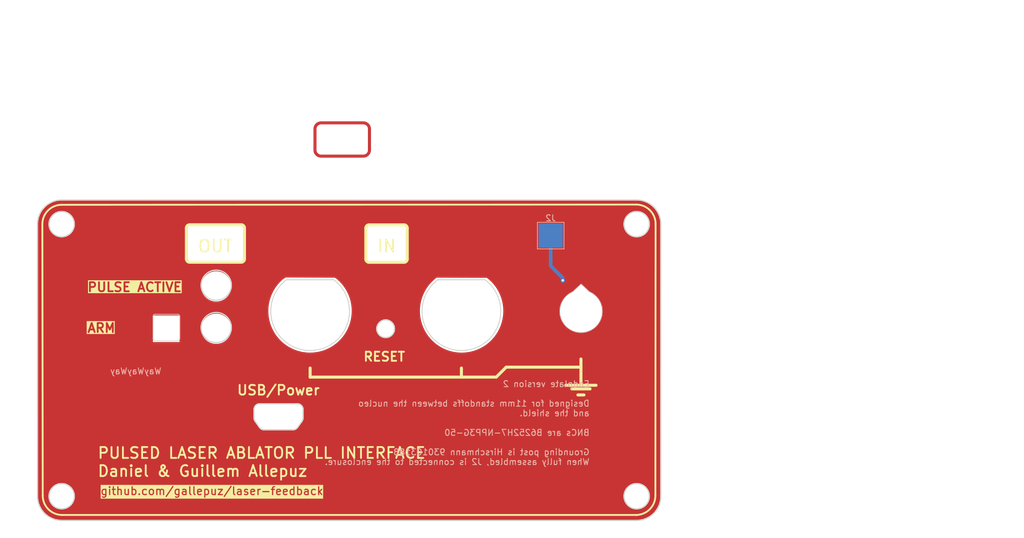
<source format=kicad_pcb>
(kicad_pcb (version 20221018) (generator pcbnew)
  (layers (0 "F.Cu" signal) (31 "B.Cu" signal) (34 "B.Paste" user) (35 "F.Paste" user) (36 "B.SilkS" user "B.Silkscreen") (37 "F.SilkS" user "F.Silkscreen") (38 "B.Mask" user) (39 "F.Mask" user) (44 "Edge.Cuts" user))
  (net 0 "")
  (net 1 "GNDREF")
  (footprint "TestPoint:TestPoint_Pad_4.0x4.0mm" (layer "B.Cu") (at 176 70 180)
    (fp_text reference "J2" (at 0 2.898) (layer "B.SilkS") (effects (justify mirror)))
    (fp_text value "Conn_01x01_Pin")
    (fp_line (start -2.2 -2.2) (end -2.2 2.2) (stroke (width 0.12)) (layer "B.SilkS"))
    (fp_line (start -2.2 2.2) (end 2.2 2.2) (stroke (width 0.12)) (layer "B.SilkS"))
    (fp_line (start 2.2 -2.2) (end -2.2 -2.2) (stroke (width 0.12)) (layer "B.SilkS"))
    (fp_line (start 2.2 2.2) (end 2.2 -2.2) (stroke (width 0.12)) (layer "B.SilkS"))
    (pad "1" smd rect (at 0 0 180) (size 4 4) (layers "B.Cu" "B.Mask") (net 1 "GNDREF"))
  )
  (gr_poly (pts (arc (start 138.05 51.35) (mid 137.342893 51.642893) (end 137.05 52.35)) (arc (start 137.05 55.85) (mid 137.342893 56.557107) (end 138.05 56.85)) (arc (start 145.05 56.85) (mid 145.757107 56.557107) (end 146.05 55.85)) (arc (start 146.05 52.35) (mid 145.757107 51.642893) (end 145.05 51.35))) (stroke (width 0.5)) (fill none) (layer "F.Cu"))
  (gr_line (start 178.5 94.75) (end 183.5 94.75) (stroke (width 0.5)) (layer "F.SilkS"))
  (gr_arc (start 146 74.411091) (mid 145.611091 74.25) (end 145.45 73.861091) (stroke (width 0.5)) (layer "F.SilkS"))
  (gr_line (start 146 68.211092) (end 151.700001 68.211092) (stroke (width 0.5)) (layer "F.SilkS"))
  (gr_line (start 167 93.4) (end 136.25 93.4) (stroke (width 0.5)) (layer "F.SilkS"))
  (gr_line (start 181 91.75) (end 168.65 91.75) (stroke (width 0.5)) (layer "F.SilkS"))
  (gr_line (start 161.25 93.4) (end 161.25 91.9) (stroke (width 0.5)) (layer "F.SilkS"))
  (gr_line (start 95.2 64.9) (end 190.137258 64.862742) (stroke (width 0.3)) (layer "F.SilkS"))
  (gr_line (start 181 90.4) (end 181 94.75) (stroke (width 0.5)) (layer "F.SilkS"))
  (gr_line (start 190.2 116.2) (end 95.2 116.2) (stroke (width 0.3)) (layer "F.SilkS"))
  (gr_line (start 116.4 68.2) (end 124.8 68.2) (stroke (width 0.5)) (layer "F.SilkS"))
  (gr_line (start 92.062742 113) (end 92 68.2) (stroke (width 0.3)) (layer "F.SilkS"))
  (gr_arc (start 116.35 74.4) (mid 115.961091 74.238909) (end 115.8 73.85) (stroke (width 0.5)) (layer "F.SilkS"))
  (gr_arc (start 115.800001 68.750001) (mid 115.961092 68.361092) (end 116.350001 68.200001) (stroke (width 0.5)) (layer "F.SilkS"))
  (gr_arc (start 193.3 113) (mid 192.362742 115.262742) (end 190.1 116.2) (stroke (width 0.3)) (layer "F.SilkS"))
  (gr_arc (start 145.450001 68.761092) (mid 145.611092 68.372183) (end 146.000001 68.211092) (stroke (width 0.5)) (layer "F.SilkS"))
  (gr_arc (start 95.262742 116.2) (mid 93 115.262742) (end 92.062742 113) (stroke (width 0.3)) (layer "F.SilkS"))
  (gr_line (start 152.300001 68.761092) (end 152.300001 73.861092) (stroke (width 0.5)) (layer "F.SilkS"))
  (gr_line (start 168.65 91.75) (end 167 93.4) (stroke (width 0.5)) (layer "F.SilkS"))
  (gr_line (start 145.45 73.861091) (end 145.45 68.761091) (stroke (width 0.5)) (layer "F.SilkS"))
  (gr_line (start 136.25 93.4) (end 136.25 91.9) (stroke (width 0.5)) (layer "F.SilkS"))
  (gr_line (start 146 74.411091) (end 151.700001 74.411091) (stroke (width 0.5)) (layer "F.SilkS"))
  (gr_line (start 180.5 96.35) (end 181.5 96.35) (stroke (width 0.5)) (layer "F.SilkS"))
  (gr_arc (start 152.3 73.861091) (mid 152.138909 74.25) (end 151.75 74.411091) (stroke (width 0.5)) (layer "F.SilkS"))
  (gr_arc (start 125.399999 73.849999) (mid 125.238908 74.238908) (end 124.849999 74.399999) (stroke (width 0.5)) (layer "F.SilkS"))
  (gr_arc (start 92 68.1) (mid 92.937258 65.837258) (end 95.2 64.9) (stroke (width 0.3)) (layer "F.SilkS"))
  (gr_line (start 179.5 95.35) (end 182.5 95.35) (stroke (width 0.5)) (layer "F.SilkS"))
  (gr_arc (start 124.85 68.2) (mid 125.238909 68.361091) (end 125.4 68.75) (stroke (width 0.5)) (layer "F.SilkS"))
  (gr_arc (start 151.750001 68.211092) (mid 152.138909 68.372184) (end 152.300001 68.761092) (stroke (width 0.5)) (layer "F.SilkS"))
  (gr_line (start 193.337258 68.062742) (end 193.3 113) (stroke (width 0.3)) (layer "F.SilkS"))
  (gr_line (start 115.8 73.85) (end 115.8 68.75) (stroke (width 0.5)) (layer "F.SilkS"))
  (gr_line (start 124.8 74.4) (end 116.4 74.4) (stroke (width 0.5)) (layer "F.SilkS"))
  (gr_arc (start 190.137258 64.862742) (mid 192.4 65.8) (end 193.337258 68.062742) (stroke (width 0.3)) (layer "F.SilkS"))
  (gr_line (start 125.4 68.75) (end 125.4 73.85) (stroke (width 0.5)) (layer "F.SilkS"))
  (gr_line (start 194.2 113.1) (end 194.2 68.1) (stroke (width 0.2)) (layer "Edge.Cuts"))
  (gr_circle (center 120.73 78.2) (end 123.23 78.2) (stroke (width 0.2)) (fill none) (layer "Edge.Cuts"))
  (gr_arc (start 95.2 117.1) (mid 92.371573 115.928427) (end 91.2 113.1) (stroke (width 0.2)) (layer "Edge.Cuts"))
  (gr_line (start 157.35 77.300002) (end 165.15 77.300002) (stroke (width 0.15)) (layer "Edge.Cuts"))
  (gr_line (start 95.2 117.1) (end 190.2 117.1) (stroke (width 0.2)) (layer "Edge.Cuts"))
  (gr_arc (start 110.65 87.4) (mid 110.402513 87.297487) (end 110.3 87.05) (stroke (width 0.1)) (layer "Edge.Cuts"))
  (gr_arc (start 134.17829 101.733572) (mid 133.857004 102.013973) (end 133.442706 102.115) (stroke (width 0.2)) (layer "Edge.Cuts"))
  (gr_line (start 110.3 83.35) (end 110.3 87.05) (stroke (width 0.1)) (layer "Edge.Cuts"))
  (gr_line (start 132.35 77.300002) (end 140.15 77.300002) (stroke (width 0.15)) (layer "Edge.Cuts"))
  (gr_arc (start 165.15 77.300002) (mid 161.25 88.999998) (end 157.35 77.300002) (stroke (width 0.15)) (layer "Edge.Cuts"))
  (gr_arc (start 110.3 83.35) (mid 110.402513 83.102513) (end 110.65 83) (stroke (width 0.1)) (layer "Edge.Cuts"))
  (gr_line (start 135.077901 98.715) (end 135.077901 100.172143) (stroke (width 0.2)) (layer "Edge.Cuts"))
  (gr_line (start 114.7 87.05) (end 114.7 83.35) (stroke (width 0.1)) (layer "Edge.Cuts"))
  (gr_circle (center 148.729549 85.4) (end 150.199549 85.4) (stroke (width 0.2)) (fill none) (layer "Edge.Cuts"))
  (gr_circle (center 190.21 68.1) (end 192.3055 68.1) (stroke (width 0.2)) (fill none) (layer "Edge.Cuts"))
  (gr_arc (start 140.15 77.300002) (mid 136.25 88.999998) (end 132.35 77.300002) (stroke (width 0.15)) (layer "Edge.Cuts"))
  (gr_arc (start 181.021282 86.018008) (mid 177.59277 83.221733) (end 179.642564 79.301) (stroke (width 0.1)) (layer "Edge.Cuts"))
  (gr_line (start 127.877901 97.815) (end 134.177901 97.815) (stroke (width 0.2)) (layer "Edge.Cuts"))
  (gr_circle (center 95.19 68.1) (end 97.2855 68.1) (stroke (width 0.2)) (fill none) (layer "Edge.Cuts"))
  (gr_arc (start 114.35 83) (mid 114.597487 83.102513) (end 114.7 83.35) (stroke (width 0.1)) (layer "Edge.Cuts"))
  (gr_line (start 114.35 83) (end 110.65 83) (stroke (width 0.1)) (layer "Edge.Cuts"))
  (gr_circle (center 95.19 113.1) (end 97.2855 113.1) (stroke (width 0.2)) (fill none) (layer "Edge.Cuts"))
  (gr_line (start 134.913484 100.690715) (end 134.17829 101.733572) (stroke (width 0.2)) (layer "Edge.Cuts"))
  (gr_arc (start 182.4 79.301) (mid 184.449808 83.22173) (end 181.021282 86.018008) (stroke (width 0.1)) (layer "Edge.Cuts"))
  (gr_circle (center 120.73 85.2) (end 123.23 85.2) (stroke (width 0.2)) (fill none) (layer "Edge.Cuts"))
  (gr_arc (start 135.077901 100.172143) (mid 135.035812 100.444149) (end 134.913484 100.690715) (stroke (width 0.2)) (layer "Edge.Cuts"))
  (gr_line (start 133.442706 102.115) (end 131.032901 102.115) (stroke (width 0.2)) (layer "Edge.Cuts"))
  (gr_line (start 182.4 79.301) (end 181.021282 78.018008) (stroke (width 0.1)) (layer "Edge.Cuts"))
  (gr_arc (start 126.977901 98.715) (mid 127.241505 98.078604) (end 127.877901 97.815) (stroke (width 0.2)) (layer "Edge.Cuts"))
  (gr_arc (start 91.2 68.1) (mid 92.371573 65.271573) (end 95.2 64.1) (stroke (width 0.2)) (layer "Edge.Cuts"))
  (gr_line (start 190.2 64.1) (end 95.2 64.1) (stroke (width 0.2)) (layer "Edge.Cuts"))
  (gr_line (start 181.021282 78.018008) (end 179.642564 79.301) (stroke (width 0.1)) (layer "Edge.Cuts"))
  (gr_line (start 91.2 68.1) (end 91.2 113.1) (stroke (width 0.2)) (layer "Edge.Cuts"))
  (gr_line (start 131.032901 102.115) (end 131.022901 102.115) (stroke (width 0.2)) (layer "Edge.Cuts"))
  (gr_line (start 126.977901 100.172143) (end 126.977901 98.715) (stroke (width 0.2)) (layer "Edge.Cuts"))
  (gr_arc (start 190.2 64.1) (mid 193.028427 65.271573) (end 194.2 68.1) (stroke (width 0.2)) (layer "Edge.Cuts"))
  (gr_arc (start 114.7 87.05) (mid 114.597487 87.297487) (end 114.35 87.4) (stroke (width 0.1)) (layer "Edge.Cuts"))
  (gr_line (start 131.022901 102.115) (end 128.613095 102.115) (stroke (width 0.2)) (layer "Edge.Cuts"))
  (gr_arc (start 194.2 113.1) (mid 193.028427 115.928427) (end 190.2 117.1) (stroke (width 0.2)) (layer "Edge.Cuts"))
  (gr_arc (start 134.177901 97.815) (mid 134.814297 98.078604) (end 135.077901 98.715) (stroke (width 0.2)) (layer "Edge.Cuts"))
  (gr_arc (start 127.142317 100.690715) (mid 127.019989 100.444149) (end 126.977901 100.172143) (stroke (width 0.2)) (layer "Edge.Cuts"))
  (gr_line (start 110.65 87.4) (end 114.35 87.4) (stroke (width 0.1)) (layer "Edge.Cuts"))
  (gr_arc (start 128.613095 102.115) (mid 128.198798 102.013973) (end 127.877512 101.733572) (stroke (width 0.2)) (layer "Edge.Cuts"))
  (gr_line (start 127.877512 101.733572) (end 127.142317 100.690715) (stroke (width 0.2)) (layer "Edge.Cuts"))
  (gr_circle (center 190.21 113.1) (end 192.3055 113.1) (stroke (width 0.2)) (fill none) (layer "Edge.Cuts"))
  (gr_text "Endplate version 2\n\nDesigned for 11mm standoffs between the nucleo\nand the shield.\n\nBNCs are B6252H7-NPP3G-50\n\nGrounding post is Hirschmann 930103188\nWhen fully assembled, J2 is connected to the enclosure." (at 182.5 108) (layer "B.SilkS") (effects (font (size 1 1)) (justify left bottom mirror)))
  (gr_text "WayWayWay" (at 111.75 93) (layer "B.SilkS") (effects (font (size 1 1)) (justify left bottom mirror)))
  (gr_text "Daniel & Guillem Allepuz" (at 101 110) (layer "F.SilkS") (effects (font (size 1.8 1.8) (thickness 0.3) bold) (justify left bottom)))
  (gr_text "OUT" (at 120.6 72.9) (layer "F.SilkS") (effects (font (size 2 2) (thickness 0.25)) (justify bottom)))
  (gr_text "USB/Power" (at 131 96.5) (layer "F.SilkS") (effects (font (size 1.6 1.6) (thickness 0.3)) (justify bottom)))
  (gr_text "RESET" (at 148.5 90.9) (layer "F.SilkS") (effects (font (size 1.5 1.5) (thickness 0.3)) (justify bottom)))
  (gr_text "PULSED LASER ABLATOR PLL INTERFACE" (at 101 107) (layer "F.SilkS") (effects (font (size 1.8 1.8) (thickness 0.3) bold) (justify left bottom)))
  (gr_text "ARM" (at 101.75 86.15) (layer "F.SilkS" knockout) (effects (font (size 1.5 1.5) (thickness 0.3)) (justify bottom)))
  (gr_text "PULSE ACTIVE" (at 107.25 79.4) (layer "F.SilkS" knockout) (effects (font (size 1.5 1.5) (thickness 0.3)) (justify bottom)))
  (gr_text "github.com/gallepuz/laser-feedback" (at 101.5 113) (layer "F.SilkS" knockout) (effects (font (size 1.3 1.3) (thickness 0.2)) (justify left bottom)))
  (gr_text "IN" (at 148.9 72.9) (layer "F.SilkS") (effects (font (size 2 2) (thickness 0.25)) (justify bottom)))
  (via (at 178 77.4) (size 0.8) (drill 0.4) (layers "F.Cu" "B.Cu") (net 1))
  (segment (start 176 75) (end 178 77) (width 0.6) (layer "B.Cu") (net 1))
  (segment (start 176 70) (end 176 75) (width 0.6) (layer "B.Cu") (net 1))
  (zone (net 1) (net_name "GNDREF") (layer "F.Cu") (connect_pads (clearance 0.5)) (min_thickness 0.25) (fill yes (thermal_gap 0.8) (thermal_bridge_width 0.5) (smoothing fillet) (island_removal_mode 1) (island_area_min 10))
    (polygon (pts (xy 85 60) (xy 200 60) (xy 200 120) (xy 85 120)))
  )
  (zone (net 0) (net_name "") (layer "F.Cu") (connect_pads (clearance 0)) (min_thickness 0.25)
    (keepout (tracks allowed) (vias allowed) (pads allowed) (copperpour not_allowed) (footprints allowed))
    (fill (thermal_gap 0.8) (thermal_bridge_width 0.5) (island_removal_mode 1) (island_area_min 10))
    (polygon (pts (xy 157.15 76.948802) (xy 156.789331 77.234459) (xy 156.406108 77.590021) (xy 156.050945 77.973614) (xy 155.725887 78.383031) (xy 155.432805 78.815913) (xy 155.173385 79.26977) (xy 154.949122 79.741989) (xy 154.761306 80.229851) (xy 154.611019 80.730548) (xy 154.499125 81.241199) (xy 154.426268 81.758864) (xy 154.392868 82.280562) (xy 154.399118 82.80329) (xy 154.444981 83.324041) (xy 154.530192 83.839815) (xy 154.654263 84.347645) (xy 154.816478 84.844607) (xy 155.015904 85.327839) (xy 155.251393 85.794561) (xy 155.521588 86.242086) (xy 155.824936 86.667838) (xy 156.15969 87.069366) (xy 156.523922 87.444359) (xy 156.915536 87.790657) (xy 157.332278 88.106268) (xy 157.771749 88.389376) (xy 158.231419 88.638349) (xy 158.708643 88.851756) (xy 159.200672 89.028367) (xy 159.704675 89.167166) (xy 160.217751 89.267354) (xy 160.736946 89.328354) (xy 161.259271 89.349816) (xy 161.781721 89.331615) (xy 162.301286 89.273857) (xy 162.814977 89.176873) (xy 163.319837 89.041223) (xy 163.81296 88.867686) (xy 164.291506 88.657263) (xy 164.752721 88.411164) (xy 165.193951 88.130805) (xy 165.612655 87.817801) (xy 166.006423 87.473954) (xy 166.372989 87.101242) (xy 166.710242 86.701812) (xy 167.016241 86.277962) (xy 167.289225 85.832132) (xy 167.527622 85.366889) (xy 167.730061 84.88491) (xy 167.895375 84.388971) (xy 168.022613 83.881926) (xy 168.111043 83.366693) (xy 168.160155 82.846239) (xy 168.169667 82.323559) (xy 168.139524 81.801663) (xy 168.069901 81.283554) (xy 167.961196 80.772215) (xy 167.814037 80.270589) (xy 167.62927 79.781564) (xy 167.407959 79.307954) (xy 167.151377 78.852487) (xy 166.861003 78.417784) (xy 166.538506 78.006346) (xy 166.185745 77.620544) (xy 165.804749 77.262596) (xy 165.45 76.976456)))
  )
  (zone (net 0) (net_name "") (layer "F.Cu") (connect_pads (clearance 0)) (min_thickness 0.25)
    (keepout (tracks allowed) (vias allowed) (pads allowed) (copperpour not_allowed) (footprints allowed))
    (fill (thermal_gap 0.5) (thermal_bridge_width 0.5))
    (polygon (pts (xy 145.45 68.25) (xy 152.25 68.25) (xy 152.25 74.4) (xy 145.45 74.4)))
  )
  (zone (net 0) (net_name "") (layer "F.Cu") (connect_pads (clearance 0)) (min_thickness 0.25)
    (keepout (tracks allowed) (vias allowed) (pads allowed) (copperpour not_allowed) (footprints allowed))
    (fill (thermal_gap 0.8) (thermal_bridge_width 0.5) (island_removal_mode 1) (island_area_min 10))
    (polygon (pts (xy 132.2 76.924149) (xy 131.739021 77.233834) (xy 131.355798 77.589396) (xy 131.000635 77.972989) (xy 130.675577 78.382406) (xy 130.382495 78.815288) (xy 130.123075 79.269145) (xy 129.898812 79.741364) (xy 129.710996 80.229226) (xy 129.560709 80.729923) (xy 129.448815 81.240574) (xy 129.375958 81.758239) (xy 129.342558 82.279937) (xy 129.348808 82.802665) (xy 129.394671 83.323416) (xy 129.479882 83.83919) (xy 129.603953 84.34702) (xy 129.766168 84.843982) (xy 129.965594 85.327214) (xy 130.201083 85.793936) (xy 130.471278 86.241461) (xy 130.774626 86.667213) (xy 131.10938 87.068741) (xy 131.473612 87.443734) (xy 131.865226 87.790032) (xy 132.281968 88.105643) (xy 132.721439 88.388751) (xy 133.181109 88.637724) (xy 133.658333 88.851131) (xy 134.150362 89.027742) (xy 134.654365 89.166541) (xy 135.167441 89.266729) (xy 135.686636 89.327729) (xy 136.208961 89.349191) (xy 136.731411 89.33099) (xy 137.250976 89.273232) (xy 137.764667 89.176248) (xy 138.269527 89.040598) (xy 138.76265 88.867061) (xy 139.241196 88.656638) (xy 139.702411 88.410539) (xy 140.143641 88.13018) (xy 140.562345 87.817176) (xy 140.956113 87.473329) (xy 141.322679 87.100617) (xy 141.659932 86.701187) (xy 141.965931 86.277337) (xy 142.238915 85.831507) (xy 142.477312 85.366264) (xy 142.679751 84.884285) (xy 142.845065 84.388346) (xy 142.972303 83.881301) (xy 143.060733 83.366068) (xy 143.109845 82.845614) (xy 143.119357 82.322934) (xy 143.089214 81.801038) (xy 143.019591 81.282929) (xy 142.910886 80.77159) (xy 142.763727 80.269964) (xy 142.57896 79.780939) (xy 142.357649 79.307329) (xy 142.101067 78.851862) (xy 141.810693 78.417159) (xy 141.488196 78.005721) (xy 141.135435 77.619919) (xy 140.754439 77.261971) (xy 140.35 76.951496)))
  )
  (zone (net 0) (net_name "") (layer "F.Cu") (connect_pads (clearance 0)) (min_thickness 0.25)
    (keepout (tracks allowed) (vias allowed) (pads allowed) (copperpour not_allowed) (footprints allowed))
    (fill (thermal_gap 0.5) (thermal_bridge_width 0.5))
    (polygon (pts (xy 115.8 68.15) (xy 125.4 68.15) (xy 125.4 74.4) (xy 115.8 74.4)))
  )
)
</source>
